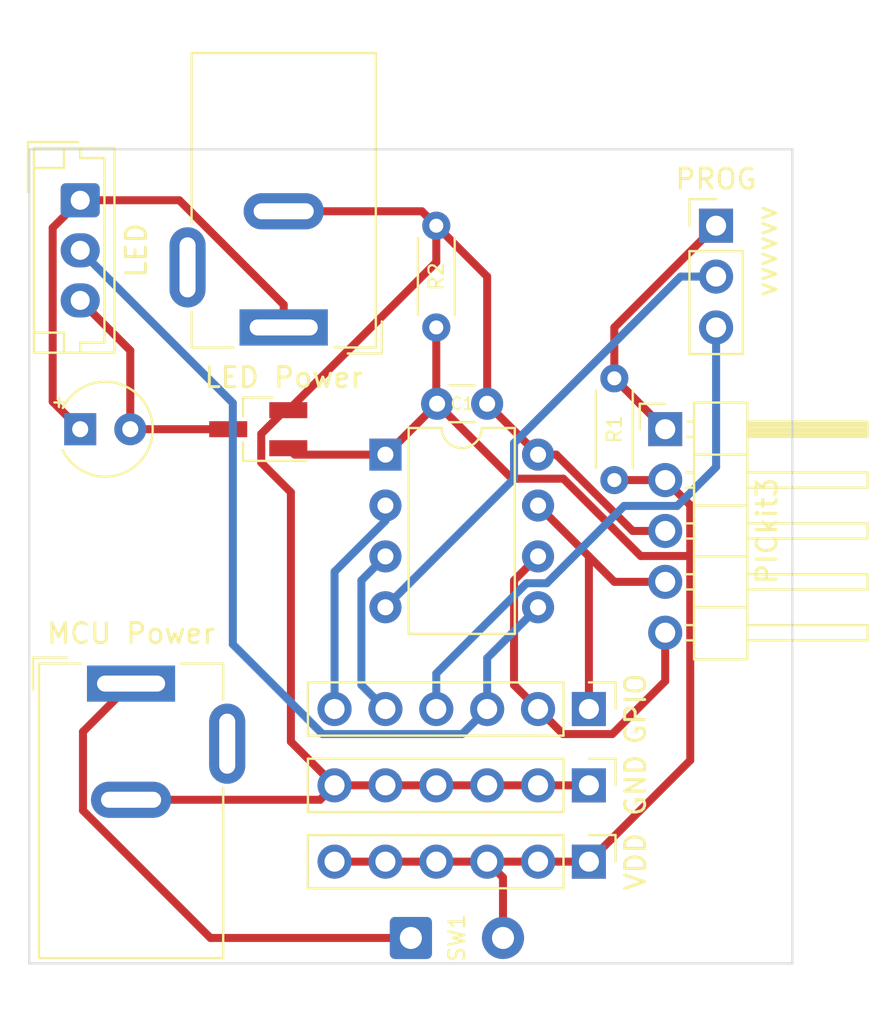
<source format=kicad_pcb>
(kicad_pcb (version 20171130) (host pcbnew 5.1.8)

  (general
    (thickness 1.6)
    (drawings 4)
    (tracks 88)
    (zones 0)
    (modules 18)
    (nets 14)
  )

  (page A4)
  (layers
    (0 F.Cu signal)
    (31 B.Cu signal)
    (32 B.Adhes user)
    (33 F.Adhes user)
    (34 B.Paste user)
    (35 F.Paste user)
    (36 B.SilkS user)
    (37 F.SilkS user)
    (38 B.Mask user)
    (39 F.Mask user)
    (40 Dwgs.User user)
    (41 Cmts.User user)
    (42 Eco1.User user)
    (43 Eco2.User user)
    (44 Edge.Cuts user)
    (45 Margin user)
    (46 B.CrtYd user)
    (47 F.CrtYd user)
    (48 B.Fab user)
    (49 F.Fab user)
  )

  (setup
    (last_trace_width 0.25)
    (user_trace_width 0.4)
    (trace_clearance 0.2)
    (zone_clearance 0.508)
    (zone_45_only no)
    (trace_min 0.2)
    (via_size 0.8)
    (via_drill 0.4)
    (via_min_size 0.4)
    (via_min_drill 0.3)
    (uvia_size 0.3)
    (uvia_drill 0.1)
    (uvias_allowed no)
    (uvia_min_size 0.2)
    (uvia_min_drill 0.1)
    (edge_width 0.05)
    (segment_width 0.2)
    (pcb_text_width 0.3)
    (pcb_text_size 1.5 1.5)
    (mod_edge_width 0.12)
    (mod_text_size 1 1)
    (mod_text_width 0.15)
    (pad_size 1.524 1.524)
    (pad_drill 0.762)
    (pad_to_mask_clearance 0)
    (aux_axis_origin 0 0)
    (visible_elements FFFFFF7F)
    (pcbplotparams
      (layerselection 0x010fc_ffffffff)
      (usegerberextensions false)
      (usegerberattributes true)
      (usegerberadvancedattributes true)
      (creategerberjobfile true)
      (excludeedgelayer true)
      (linewidth 0.100000)
      (plotframeref false)
      (viasonmask false)
      (mode 1)
      (useauxorigin false)
      (hpglpennumber 1)
      (hpglpenspeed 20)
      (hpglpendiameter 15.000000)
      (psnegative false)
      (psa4output false)
      (plotreference true)
      (plotvalue true)
      (plotinvisibletext false)
      (padsonsilk false)
      (subtractmaskfromsilk false)
      (outputformat 1)
      (mirror false)
      (drillshape 1)
      (scaleselection 1)
      (outputdirectory ""))
  )

  (net 0 "")
  (net 1 GND)
  (net 2 VDD)
  (net 3 "Net-(J1-Pad1)")
  (net 4 "Net-(J1-Pad4)")
  (net 5 "Net-(J1-Pad5)")
  (net 6 "Net-(J2-Pad1)")
  (net 7 "Net-(J4-Pad3)")
  (net 8 "Net-(J4-Pad4)")
  (net 9 "Net-(J4-Pad5)")
  (net 10 "Net-(J4-Pad6)")
  (net 11 "Net-(JP1-Pad2)")
  (net 12 "Net-(C2-Pad2)")
  (net 13 "Net-(C2-Pad1)")

  (net_class Default "This is the default net class."
    (clearance 0.2)
    (trace_width 0.25)
    (via_dia 0.8)
    (via_drill 0.4)
    (uvia_dia 0.3)
    (uvia_drill 0.1)
    (add_net GND)
    (add_net "Net-(C2-Pad1)")
    (add_net "Net-(C2-Pad2)")
    (add_net "Net-(J1-Pad1)")
    (add_net "Net-(J1-Pad4)")
    (add_net "Net-(J1-Pad5)")
    (add_net "Net-(J2-Pad1)")
    (add_net "Net-(J4-Pad3)")
    (add_net "Net-(J4-Pad4)")
    (add_net "Net-(J4-Pad5)")
    (add_net "Net-(J4-Pad6)")
    (add_net "Net-(JP1-Pad2)")
    (add_net VDD)
  )

  (module Resistor_THT:R_Axial_DIN0204_L3.6mm_D1.6mm_P5.08mm_Horizontal (layer F.Cu) (tedit 5AE5139B) (tstamp 5FBE38BD)
    (at 146.05 78.74 90)
    (descr "Resistor, Axial_DIN0204 series, Axial, Horizontal, pin pitch=5.08mm, 0.167W, length*diameter=3.6*1.6mm^2, http://cdn-reichelt.de/documents/datenblatt/B400/1_4W%23YAG.pdf")
    (tags "Resistor Axial_DIN0204 series Axial Horizontal pin pitch 5.08mm 0.167W length 3.6mm diameter 1.6mm")
    (path /5F9E507D)
    (fp_text reference R2 (at 2.54 -1.92 90) (layer F.SilkS) hide
      (effects (font (size 1 1) (thickness 0.15)))
    )
    (fp_text value 10k (at 2.54 1.92 90) (layer F.Fab)
      (effects (font (size 1 1) (thickness 0.15)))
    )
    (fp_line (start 6.03 -1.05) (end -0.95 -1.05) (layer F.CrtYd) (width 0.05))
    (fp_line (start 6.03 1.05) (end 6.03 -1.05) (layer F.CrtYd) (width 0.05))
    (fp_line (start -0.95 1.05) (end 6.03 1.05) (layer F.CrtYd) (width 0.05))
    (fp_line (start -0.95 -1.05) (end -0.95 1.05) (layer F.CrtYd) (width 0.05))
    (fp_line (start 0.62 0.92) (end 4.46 0.92) (layer F.SilkS) (width 0.12))
    (fp_line (start 0.62 -0.92) (end 4.46 -0.92) (layer F.SilkS) (width 0.12))
    (fp_line (start 5.08 0) (end 4.34 0) (layer F.Fab) (width 0.1))
    (fp_line (start 0 0) (end 0.74 0) (layer F.Fab) (width 0.1))
    (fp_line (start 4.34 -0.8) (end 0.74 -0.8) (layer F.Fab) (width 0.1))
    (fp_line (start 4.34 0.8) (end 4.34 -0.8) (layer F.Fab) (width 0.1))
    (fp_line (start 0.74 0.8) (end 4.34 0.8) (layer F.Fab) (width 0.1))
    (fp_line (start 0.74 -0.8) (end 0.74 0.8) (layer F.Fab) (width 0.1))
    (fp_text user %R (at 2.54 0 90) (layer F.SilkS)
      (effects (font (size 0.72 0.72) (thickness 0.108)))
    )
    (pad 2 thru_hole oval (at 5.08 0 90) (size 1.4 1.4) (drill 0.7) (layers *.Cu *.Mask)
      (net 1 GND))
    (pad 1 thru_hole circle (at 0 0 90) (size 1.4 1.4) (drill 0.7) (layers *.Cu *.Mask)
      (net 2 VDD))
    (model ${KISYS3DMOD}/Resistor_THT.3dshapes/R_Axial_DIN0204_L3.6mm_D1.6mm_P5.08mm_Horizontal.wrl
      (at (xyz 0 0 0))
      (scale (xyz 1 1 1))
      (rotate (xyz 0 0 0))
    )
  )

  (module Resistor_THT:R_Axial_DIN0204_L3.6mm_D1.6mm_P5.08mm_Horizontal (layer F.Cu) (tedit 5AE5139B) (tstamp 5FBF2F7B)
    (at 154.94 86.36 90)
    (descr "Resistor, Axial_DIN0204 series, Axial, Horizontal, pin pitch=5.08mm, 0.167W, length*diameter=3.6*1.6mm^2, http://cdn-reichelt.de/documents/datenblatt/B400/1_4W%23YAG.pdf")
    (tags "Resistor Axial_DIN0204 series Axial Horizontal pin pitch 5.08mm 0.167W length 3.6mm diameter 1.6mm")
    (path /5F83DF4E)
    (fp_text reference R1 (at 2.54 -1.92 90) (layer F.SilkS) hide
      (effects (font (size 1 1) (thickness 0.15)))
    )
    (fp_text value 10k (at 2.54 1.92 90) (layer F.Fab)
      (effects (font (size 1 1) (thickness 0.15)))
    )
    (fp_line (start 6.03 -1.05) (end -0.95 -1.05) (layer F.CrtYd) (width 0.05))
    (fp_line (start 6.03 1.05) (end 6.03 -1.05) (layer F.CrtYd) (width 0.05))
    (fp_line (start -0.95 1.05) (end 6.03 1.05) (layer F.CrtYd) (width 0.05))
    (fp_line (start -0.95 -1.05) (end -0.95 1.05) (layer F.CrtYd) (width 0.05))
    (fp_line (start 0.62 0.92) (end 4.46 0.92) (layer F.SilkS) (width 0.12))
    (fp_line (start 0.62 -0.92) (end 4.46 -0.92) (layer F.SilkS) (width 0.12))
    (fp_line (start 5.08 0) (end 4.34 0) (layer F.Fab) (width 0.1))
    (fp_line (start 0 0) (end 0.74 0) (layer F.Fab) (width 0.1))
    (fp_line (start 4.34 -0.8) (end 0.74 -0.8) (layer F.Fab) (width 0.1))
    (fp_line (start 4.34 0.8) (end 4.34 -0.8) (layer F.Fab) (width 0.1))
    (fp_line (start 0.74 0.8) (end 4.34 0.8) (layer F.Fab) (width 0.1))
    (fp_line (start 0.74 -0.8) (end 0.74 0.8) (layer F.Fab) (width 0.1))
    (fp_text user %R (at 2.54 0 90) (layer F.SilkS)
      (effects (font (size 0.72 0.72) (thickness 0.108)))
    )
    (pad 2 thru_hole oval (at 5.08 0 90) (size 1.4 1.4) (drill 0.7) (layers *.Cu *.Mask)
      (net 3 "Net-(J1-Pad1)"))
    (pad 1 thru_hole circle (at 0 0 90) (size 1.4 1.4) (drill 0.7) (layers *.Cu *.Mask)
      (net 2 VDD))
    (model ${KISYS3DMOD}/Resistor_THT.3dshapes/R_Axial_DIN0204_L3.6mm_D1.6mm_P5.08mm_Horizontal.wrl
      (at (xyz 0 0 0))
      (scale (xyz 1 1 1))
      (rotate (xyz 0 0 0))
    )
  )

  (module Connector_BarrelJack:BarrelJack_Wuerth_6941xx301002 (layer F.Cu) (tedit 5B191DE1) (tstamp 5FBE2A28)
    (at 130.81 96.52)
    (descr "Wuerth electronics barrel jack connector (5.5mm outher diameter, inner diameter 2.05mm or 2.55mm depending on exact order number), See: http://katalog.we-online.de/em/datasheet/6941xx301002.pdf")
    (tags "connector barrel jack")
    (path /5FC865E6)
    (fp_text reference "MCU Power" (at 0 -2.5) (layer F.SilkS)
      (effects (font (size 1 1) (thickness 0.15)))
    )
    (fp_text value "MCU Power" (at 0 15.5) (layer F.Fab)
      (effects (font (size 1 1) (thickness 0.15)))
    )
    (fp_line (start -4.6 -1) (end -2.5 -1) (layer F.SilkS) (width 0.12))
    (fp_line (start 6.2 0.5) (end 5 0.5) (layer F.CrtYd) (width 0.05))
    (fp_line (start 6.2 5.5) (end 5 5.5) (layer F.CrtYd) (width 0.05))
    (fp_line (start 6.2 0.5) (end 6.2 5.5) (layer F.CrtYd) (width 0.05))
    (fp_line (start 5 0.5) (end 5 -1.4) (layer F.CrtYd) (width 0.05))
    (fp_line (start -5 14.1) (end 5 14.1) (layer F.CrtYd) (width 0.05))
    (fp_line (start -5 -1.4) (end -5 14.1) (layer F.CrtYd) (width 0.05))
    (fp_line (start 5 -1.4) (end -5 -1.4) (layer F.CrtYd) (width 0.05))
    (fp_line (start -4.9 -1.3) (end -4.9 0.3) (layer F.SilkS) (width 0.12))
    (fp_line (start -3.2 -1.3) (end -4.9 -1.3) (layer F.SilkS) (width 0.12))
    (fp_line (start 4.6 -1) (end 4.6 0.8) (layer F.SilkS) (width 0.12))
    (fp_line (start 2.5 -1) (end 4.6 -1) (layer F.SilkS) (width 0.12))
    (fp_line (start -4.6 13.7) (end -4.6 -1) (layer F.SilkS) (width 0.12))
    (fp_line (start 4.6 13.7) (end -4.6 13.7) (layer F.SilkS) (width 0.12))
    (fp_line (start -4.5 13.6) (end -4.5 0.1) (layer F.Fab) (width 0.1))
    (fp_line (start 4.5 13.6) (end -4.5 13.6) (layer F.Fab) (width 0.1))
    (fp_line (start 4.5 -0.9) (end 4.5 13.6) (layer F.Fab) (width 0.1))
    (fp_line (start 4.5 -0.9) (end -3.5 -0.9) (layer F.Fab) (width 0.1))
    (fp_line (start -4.5 0.1) (end -3.5 -0.9) (layer F.Fab) (width 0.1))
    (fp_line (start 4.6 5.2) (end 4.6 13.7) (layer F.SilkS) (width 0.12))
    (fp_line (start 5 14.1) (end 5 5.5) (layer F.CrtYd) (width 0.05))
    (fp_text user %R (at 0 7.5) (layer F.Fab)
      (effects (font (size 1 1) (thickness 0.15)))
    )
    (pad 1 thru_hole rect (at 0 0) (size 4.4 1.8) (drill oval 3.4 0.8) (layers *.Cu *.Mask)
      (net 6 "Net-(J2-Pad1)"))
    (pad 2 thru_hole oval (at 0 5.8) (size 4 1.8) (drill oval 3 0.8) (layers *.Cu *.Mask)
      (net 1 GND))
    (pad 3 thru_hole oval (at 4.8 3 90) (size 4 1.8) (drill oval 3 0.8) (layers *.Cu *.Mask))
    (model ${KISYS3DMOD}/Connector_BarrelJack.3dshapes/BarrelJack_Wuerth_6941xx301002.wrl
      (at (xyz 0 0 0))
      (scale (xyz 1 1 1))
      (rotate (xyz 0 0 0))
    )
  )

  (module MountingHole:MountingHole_5mm (layer F.Cu) (tedit 56D1B4CB) (tstamp 5FBE2C4E)
    (at 160.02 106.68)
    (descr "Mounting Hole 5mm, no annular")
    (tags "mounting hole 5mm no annular")
    (path /5F924C39)
    (attr virtual)
    (fp_text reference H3 (at 0 -6) (layer F.SilkS) hide
      (effects (font (size 1 1) (thickness 0.15)))
    )
    (fp_text value MountingHole (at 0 6) (layer F.Fab)
      (effects (font (size 1 1) (thickness 0.15)))
    )
    (fp_circle (center 0 0) (end 5.25 0) (layer F.CrtYd) (width 0.05))
    (fp_circle (center 0 0) (end 5 0) (layer Cmts.User) (width 0.15))
    (fp_text user %R (at 0.3 0) (layer F.Fab)
      (effects (font (size 1 1) (thickness 0.15)))
    )
    (pad 1 np_thru_hole circle (at 0 0) (size 5 5) (drill 5) (layers *.Cu *.Mask))
  )

  (module MountingHole:MountingHole_5mm (layer F.Cu) (tedit 56D1B4CB) (tstamp 5FBF33CC)
    (at 129.54 90.17)
    (descr "Mounting Hole 5mm, no annular")
    (tags "mounting hole 5mm no annular")
    (path /5F9241C7)
    (attr virtual)
    (fp_text reference H2 (at 0 -6) (layer F.SilkS) hide
      (effects (font (size 1 1) (thickness 0.15)))
    )
    (fp_text value MountingHole (at 0 6) (layer F.Fab)
      (effects (font (size 1 1) (thickness 0.15)))
    )
    (fp_circle (center 0 0) (end 5.25 0) (layer F.CrtYd) (width 0.05))
    (fp_circle (center 0 0) (end 5 0) (layer Cmts.User) (width 0.15))
    (fp_text user %R (at 0.3 0) (layer F.Fab)
      (effects (font (size 1 1) (thickness 0.15)))
    )
    (pad 1 np_thru_hole circle (at 0 0) (size 5 5) (drill 5) (layers *.Cu *.Mask))
  )

  (module MountingHole:MountingHole_5mm (layer F.Cu) (tedit 56D1B4CB) (tstamp 5FBE3C07)
    (at 152.4 73.66)
    (descr "Mounting Hole 5mm, no annular")
    (tags "mounting hole 5mm no annular")
    (path /5F9223A4)
    (attr virtual)
    (fp_text reference H1 (at 0 -6) (layer F.SilkS) hide
      (effects (font (size 1 1) (thickness 0.15)))
    )
    (fp_text value MountingHole (at 0 6) (layer F.Fab)
      (effects (font (size 1 1) (thickness 0.15)))
    )
    (fp_circle (center 0 0) (end 5.25 0) (layer F.CrtYd) (width 0.05))
    (fp_circle (center 0 0) (end 5 0) (layer Cmts.User) (width 0.15))
    (fp_text user %R (at 0.3 0) (layer F.Fab)
      (effects (font (size 1 1) (thickness 0.15)))
    )
    (pad 1 np_thru_hole circle (at 0 0) (size 5 5) (drill 5) (layers *.Cu *.Mask))
  )

  (module Capacitor_THT:CP_Radial_Tantal_D4.5mm_P2.50mm (layer F.Cu) (tedit 5AE50EF0) (tstamp 5FBE299D)
    (at 128.27 83.82)
    (descr "CP, Radial_Tantal series, Radial, pin pitch=2.50mm, , diameter=4.5mm, Tantal Electrolytic Capacitor, http://cdn-reichelt.de/documents/datenblatt/B300/TANTAL-TB-Serie%23.pdf")
    (tags "CP Radial_Tantal series Radial pin pitch 2.50mm  diameter 4.5mm Tantal Electrolytic Capacitor")
    (path /5FC940D4)
    (fp_text reference C2 (at 1.25 -3.5) (layer F.SilkS) hide
      (effects (font (size 1 1) (thickness 0.15)))
    )
    (fp_text value 100mF (at 1.25 3.5) (layer F.Fab)
      (effects (font (size 1 1) (thickness 0.15)))
    )
    (fp_line (start -1.062288 -1.56) (end -1.062288 -1.11) (layer F.SilkS) (width 0.12))
    (fp_line (start -1.287288 -1.335) (end -0.837288 -1.335) (layer F.SilkS) (width 0.12))
    (fp_line (start -0.44308 -1.2025) (end -0.44308 -0.7525) (layer F.Fab) (width 0.1))
    (fp_line (start -0.66808 -0.9775) (end -0.21808 -0.9775) (layer F.Fab) (width 0.1))
    (fp_circle (center 1.25 0) (end 3.78 0) (layer F.CrtYd) (width 0.05))
    (fp_circle (center 1.25 0) (end 3.5 0) (layer F.Fab) (width 0.1))
    (fp_text user %R (at 1.25 0) (layer F.Fab)
      (effects (font (size 0.9 0.9) (thickness 0.135)))
    )
    (fp_arc (start 1.25 0) (end -0.869741 -1.06) (angle 306.864288) (layer F.SilkS) (width 0.12))
    (pad 2 thru_hole circle (at 2.5 0) (size 1.6 1.6) (drill 0.8) (layers *.Cu *.Mask)
      (net 12 "Net-(C2-Pad2)"))
    (pad 1 thru_hole rect (at 0 0) (size 1.6 1.6) (drill 0.8) (layers *.Cu *.Mask)
      (net 13 "Net-(C2-Pad1)"))
    (model ${KISYS3DMOD}/Capacitor_THT.3dshapes/CP_Radial_Tantal_D4.5mm_P2.50mm.wrl
      (at (xyz 0 0 0))
      (scale (xyz 1 1 1))
      (rotate (xyz 0 0 0))
    )
  )

  (module Connector_PinHeader_2.54mm:PinHeader_1x05_P2.54mm_Horizontal (layer F.Cu) (tedit 59FED5CB) (tstamp 5FBE340C)
    (at 157.48 83.82)
    (descr "Through hole angled pin header, 1x05, 2.54mm pitch, 6mm pin length, single row")
    (tags "Through hole angled pin header THT 1x05 2.54mm single row")
    (path /5F83FAE0)
    (fp_text reference PICkit3 (at 5.08 5.08 90) (layer F.SilkS)
      (effects (font (size 1 1) (thickness 0.15)))
    )
    (fp_text value PICkit3 (at 4.385 12.43) (layer F.Fab) hide
      (effects (font (size 1 1) (thickness 0.15)))
    )
    (fp_line (start 10.55 -1.8) (end -1.8 -1.8) (layer F.CrtYd) (width 0.05))
    (fp_line (start 10.55 11.95) (end 10.55 -1.8) (layer F.CrtYd) (width 0.05))
    (fp_line (start -1.8 11.95) (end 10.55 11.95) (layer F.CrtYd) (width 0.05))
    (fp_line (start -1.8 -1.8) (end -1.8 11.95) (layer F.CrtYd) (width 0.05))
    (fp_line (start -1.27 -1.27) (end 0 -1.27) (layer F.SilkS) (width 0.12))
    (fp_line (start -1.27 0) (end -1.27 -1.27) (layer F.SilkS) (width 0.12))
    (fp_line (start 1.042929 10.54) (end 1.44 10.54) (layer F.SilkS) (width 0.12))
    (fp_line (start 1.042929 9.78) (end 1.44 9.78) (layer F.SilkS) (width 0.12))
    (fp_line (start 10.1 10.54) (end 4.1 10.54) (layer F.SilkS) (width 0.12))
    (fp_line (start 10.1 9.78) (end 10.1 10.54) (layer F.SilkS) (width 0.12))
    (fp_line (start 4.1 9.78) (end 10.1 9.78) (layer F.SilkS) (width 0.12))
    (fp_line (start 1.44 8.89) (end 4.1 8.89) (layer F.SilkS) (width 0.12))
    (fp_line (start 1.042929 8) (end 1.44 8) (layer F.SilkS) (width 0.12))
    (fp_line (start 1.042929 7.24) (end 1.44 7.24) (layer F.SilkS) (width 0.12))
    (fp_line (start 10.1 8) (end 4.1 8) (layer F.SilkS) (width 0.12))
    (fp_line (start 10.1 7.24) (end 10.1 8) (layer F.SilkS) (width 0.12))
    (fp_line (start 4.1 7.24) (end 10.1 7.24) (layer F.SilkS) (width 0.12))
    (fp_line (start 1.44 6.35) (end 4.1 6.35) (layer F.SilkS) (width 0.12))
    (fp_line (start 1.042929 5.46) (end 1.44 5.46) (layer F.SilkS) (width 0.12))
    (fp_line (start 1.042929 4.7) (end 1.44 4.7) (layer F.SilkS) (width 0.12))
    (fp_line (start 10.1 5.46) (end 4.1 5.46) (layer F.SilkS) (width 0.12))
    (fp_line (start 10.1 4.7) (end 10.1 5.46) (layer F.SilkS) (width 0.12))
    (fp_line (start 4.1 4.7) (end 10.1 4.7) (layer F.SilkS) (width 0.12))
    (fp_line (start 1.44 3.81) (end 4.1 3.81) (layer F.SilkS) (width 0.12))
    (fp_line (start 1.042929 2.92) (end 1.44 2.92) (layer F.SilkS) (width 0.12))
    (fp_line (start 1.042929 2.16) (end 1.44 2.16) (layer F.SilkS) (width 0.12))
    (fp_line (start 10.1 2.92) (end 4.1 2.92) (layer F.SilkS) (width 0.12))
    (fp_line (start 10.1 2.16) (end 10.1 2.92) (layer F.SilkS) (width 0.12))
    (fp_line (start 4.1 2.16) (end 10.1 2.16) (layer F.SilkS) (width 0.12))
    (fp_line (start 1.44 1.27) (end 4.1 1.27) (layer F.SilkS) (width 0.12))
    (fp_line (start 1.11 0.38) (end 1.44 0.38) (layer F.SilkS) (width 0.12))
    (fp_line (start 1.11 -0.38) (end 1.44 -0.38) (layer F.SilkS) (width 0.12))
    (fp_line (start 4.1 0.28) (end 10.1 0.28) (layer F.SilkS) (width 0.12))
    (fp_line (start 4.1 0.16) (end 10.1 0.16) (layer F.SilkS) (width 0.12))
    (fp_line (start 4.1 0.04) (end 10.1 0.04) (layer F.SilkS) (width 0.12))
    (fp_line (start 4.1 -0.08) (end 10.1 -0.08) (layer F.SilkS) (width 0.12))
    (fp_line (start 4.1 -0.2) (end 10.1 -0.2) (layer F.SilkS) (width 0.12))
    (fp_line (start 4.1 -0.32) (end 10.1 -0.32) (layer F.SilkS) (width 0.12))
    (fp_line (start 10.1 0.38) (end 4.1 0.38) (layer F.SilkS) (width 0.12))
    (fp_line (start 10.1 -0.38) (end 10.1 0.38) (layer F.SilkS) (width 0.12))
    (fp_line (start 4.1 -0.38) (end 10.1 -0.38) (layer F.SilkS) (width 0.12))
    (fp_line (start 4.1 -1.33) (end 1.44 -1.33) (layer F.SilkS) (width 0.12))
    (fp_line (start 4.1 11.49) (end 4.1 -1.33) (layer F.SilkS) (width 0.12))
    (fp_line (start 1.44 11.49) (end 4.1 11.49) (layer F.SilkS) (width 0.12))
    (fp_line (start 1.44 -1.33) (end 1.44 11.49) (layer F.SilkS) (width 0.12))
    (fp_line (start 4.04 10.48) (end 10.04 10.48) (layer F.Fab) (width 0.1))
    (fp_line (start 10.04 9.84) (end 10.04 10.48) (layer F.Fab) (width 0.1))
    (fp_line (start 4.04 9.84) (end 10.04 9.84) (layer F.Fab) (width 0.1))
    (fp_line (start -0.32 10.48) (end 1.5 10.48) (layer F.Fab) (width 0.1))
    (fp_line (start -0.32 9.84) (end -0.32 10.48) (layer F.Fab) (width 0.1))
    (fp_line (start -0.32 9.84) (end 1.5 9.84) (layer F.Fab) (width 0.1))
    (fp_line (start 4.04 7.94) (end 10.04 7.94) (layer F.Fab) (width 0.1))
    (fp_line (start 10.04 7.3) (end 10.04 7.94) (layer F.Fab) (width 0.1))
    (fp_line (start 4.04 7.3) (end 10.04 7.3) (layer F.Fab) (width 0.1))
    (fp_line (start -0.32 7.94) (end 1.5 7.94) (layer F.Fab) (width 0.1))
    (fp_line (start -0.32 7.3) (end -0.32 7.94) (layer F.Fab) (width 0.1))
    (fp_line (start -0.32 7.3) (end 1.5 7.3) (layer F.Fab) (width 0.1))
    (fp_line (start 4.04 5.4) (end 10.04 5.4) (layer F.Fab) (width 0.1))
    (fp_line (start 10.04 4.76) (end 10.04 5.4) (layer F.Fab) (width 0.1))
    (fp_line (start 4.04 4.76) (end 10.04 4.76) (layer F.Fab) (width 0.1))
    (fp_line (start -0.32 5.4) (end 1.5 5.4) (layer F.Fab) (width 0.1))
    (fp_line (start -0.32 4.76) (end -0.32 5.4) (layer F.Fab) (width 0.1))
    (fp_line (start -0.32 4.76) (end 1.5 4.76) (layer F.Fab) (width 0.1))
    (fp_line (start 4.04 2.86) (end 10.04 2.86) (layer F.Fab) (width 0.1))
    (fp_line (start 10.04 2.22) (end 10.04 2.86) (layer F.Fab) (width 0.1))
    (fp_line (start 4.04 2.22) (end 10.04 2.22) (layer F.Fab) (width 0.1))
    (fp_line (start -0.32 2.86) (end 1.5 2.86) (layer F.Fab) (width 0.1))
    (fp_line (start -0.32 2.22) (end -0.32 2.86) (layer F.Fab) (width 0.1))
    (fp_line (start -0.32 2.22) (end 1.5 2.22) (layer F.Fab) (width 0.1))
    (fp_line (start 4.04 0.32) (end 10.04 0.32) (layer F.Fab) (width 0.1))
    (fp_line (start 10.04 -0.32) (end 10.04 0.32) (layer F.Fab) (width 0.1))
    (fp_line (start 4.04 -0.32) (end 10.04 -0.32) (layer F.Fab) (width 0.1))
    (fp_line (start -0.32 0.32) (end 1.5 0.32) (layer F.Fab) (width 0.1))
    (fp_line (start -0.32 -0.32) (end -0.32 0.32) (layer F.Fab) (width 0.1))
    (fp_line (start -0.32 -0.32) (end 1.5 -0.32) (layer F.Fab) (width 0.1))
    (fp_line (start 1.5 -0.635) (end 2.135 -1.27) (layer F.Fab) (width 0.1))
    (fp_line (start 1.5 11.43) (end 1.5 -0.635) (layer F.Fab) (width 0.1))
    (fp_line (start 4.04 11.43) (end 1.5 11.43) (layer F.Fab) (width 0.1))
    (fp_line (start 4.04 -1.27) (end 4.04 11.43) (layer F.Fab) (width 0.1))
    (fp_line (start 2.135 -1.27) (end 4.04 -1.27) (layer F.Fab) (width 0.1))
    (fp_text user %R (at 2.77 5.08 90) (layer F.Fab)
      (effects (font (size 1 1) (thickness 0.15)))
    )
    (pad 1 thru_hole rect (at 0 0) (size 1.7 1.7) (drill 1) (layers *.Cu *.Mask)
      (net 3 "Net-(J1-Pad1)"))
    (pad 2 thru_hole oval (at 0 2.54) (size 1.7 1.7) (drill 1) (layers *.Cu *.Mask)
      (net 2 VDD))
    (pad 3 thru_hole oval (at 0 5.08) (size 1.7 1.7) (drill 1) (layers *.Cu *.Mask)
      (net 1 GND))
    (pad 4 thru_hole oval (at 0 7.62) (size 1.7 1.7) (drill 1) (layers *.Cu *.Mask)
      (net 4 "Net-(J1-Pad4)"))
    (pad 5 thru_hole oval (at 0 10.16) (size 1.7 1.7) (drill 1) (layers *.Cu *.Mask)
      (net 5 "Net-(J1-Pad5)"))
    (model ${KISYS3DMOD}/Connector_PinHeader_2.54mm.3dshapes/PinHeader_1x05_P2.54mm_Horizontal.wrl
      (at (xyz 0 0 0))
      (scale (xyz 1 1 1))
      (rotate (xyz 0 0 0))
    )
  )

  (module Capacitor_THT:C_Disc_D3.0mm_W1.6mm_P2.50mm (layer F.Cu) (tedit 5AE50EF0) (tstamp 5F8E0E49)
    (at 148.59 82.55 180)
    (descr "C, Disc series, Radial, pin pitch=2.50mm, , diameter*width=3.0*1.6mm^2, Capacitor, http://www.vishay.com/docs/45233/krseries.pdf")
    (tags "C Disc series Radial pin pitch 2.50mm  diameter 3.0mm width 1.6mm Capacitor")
    (path /5F83BED0)
    (fp_text reference C1 (at 1.25 -2.05) (layer F.SilkS) hide
      (effects (font (size 1 1) (thickness 0.15)))
    )
    (fp_text value 100nF (at 1.25 2.05) (layer F.Fab)
      (effects (font (size 1 1) (thickness 0.15)))
    )
    (fp_line (start 3.55 -1.05) (end -1.05 -1.05) (layer F.CrtYd) (width 0.05))
    (fp_line (start 3.55 1.05) (end 3.55 -1.05) (layer F.CrtYd) (width 0.05))
    (fp_line (start -1.05 1.05) (end 3.55 1.05) (layer F.CrtYd) (width 0.05))
    (fp_line (start -1.05 -1.05) (end -1.05 1.05) (layer F.CrtYd) (width 0.05))
    (fp_line (start 0.621 0.92) (end 1.879 0.92) (layer F.SilkS) (width 0.12))
    (fp_line (start 0.621 -0.92) (end 1.879 -0.92) (layer F.SilkS) (width 0.12))
    (fp_line (start 2.75 -0.8) (end -0.25 -0.8) (layer F.Fab) (width 0.1))
    (fp_line (start 2.75 0.8) (end 2.75 -0.8) (layer F.Fab) (width 0.1))
    (fp_line (start -0.25 0.8) (end 2.75 0.8) (layer F.Fab) (width 0.1))
    (fp_line (start -0.25 -0.8) (end -0.25 0.8) (layer F.Fab) (width 0.1))
    (fp_text user %R (at 1.25 0) (layer F.SilkS)
      (effects (font (size 0.6 0.6) (thickness 0.09)))
    )
    (pad 1 thru_hole circle (at 0 0 180) (size 1.6 1.6) (drill 0.8) (layers *.Cu *.Mask)
      (net 1 GND))
    (pad 2 thru_hole circle (at 2.5 0 180) (size 1.6 1.6) (drill 0.8) (layers *.Cu *.Mask)
      (net 2 VDD))
    (model ${KISYS3DMOD}/Capacitor_THT.3dshapes/C_Disc_D3.0mm_W1.6mm_P2.50mm.wrl
      (at (xyz 0 0 0))
      (scale (xyz 1 1 1))
      (rotate (xyz 0 0 0))
    )
  )

  (module Connector_BarrelJack:BarrelJack_Wuerth_6941xx301002 (layer F.Cu) (tedit 5B191DE1) (tstamp 5F8E12C1)
    (at 138.43 78.74 180)
    (descr "Wuerth electronics barrel jack connector (5.5mm outher diameter, inner diameter 2.05mm or 2.55mm depending on exact order number), See: http://katalog.we-online.de/em/datasheet/6941xx301002.pdf")
    (tags "connector barrel jack")
    (path /5F8BE7A9)
    (fp_text reference "LED Power" (at 0 -2.5) (layer F.SilkS)
      (effects (font (size 1 1) (thickness 0.15)))
    )
    (fp_text value "LED Power" (at 0 15.5) (layer F.Fab)
      (effects (font (size 1 1) (thickness 0.15)))
    )
    (fp_line (start -4.6 -1) (end -2.5 -1) (layer F.SilkS) (width 0.12))
    (fp_line (start 6.2 0.5) (end 5 0.5) (layer F.CrtYd) (width 0.05))
    (fp_line (start 6.2 5.5) (end 5 5.5) (layer F.CrtYd) (width 0.05))
    (fp_line (start 6.2 0.5) (end 6.2 5.5) (layer F.CrtYd) (width 0.05))
    (fp_line (start 5 0.5) (end 5 -1.4) (layer F.CrtYd) (width 0.05))
    (fp_line (start -5 14.1) (end 5 14.1) (layer F.CrtYd) (width 0.05))
    (fp_line (start -5 -1.4) (end -5 14.1) (layer F.CrtYd) (width 0.05))
    (fp_line (start 5 -1.4) (end -5 -1.4) (layer F.CrtYd) (width 0.05))
    (fp_line (start -4.9 -1.3) (end -4.9 0.3) (layer F.SilkS) (width 0.12))
    (fp_line (start -3.2 -1.3) (end -4.9 -1.3) (layer F.SilkS) (width 0.12))
    (fp_line (start 4.6 -1) (end 4.6 0.8) (layer F.SilkS) (width 0.12))
    (fp_line (start 2.5 -1) (end 4.6 -1) (layer F.SilkS) (width 0.12))
    (fp_line (start -4.6 13.7) (end -4.6 -1) (layer F.SilkS) (width 0.12))
    (fp_line (start 4.6 13.7) (end -4.6 13.7) (layer F.SilkS) (width 0.12))
    (fp_line (start -4.5 13.6) (end -4.5 0.1) (layer F.Fab) (width 0.1))
    (fp_line (start 4.5 13.6) (end -4.5 13.6) (layer F.Fab) (width 0.1))
    (fp_line (start 4.5 -0.9) (end 4.5 13.6) (layer F.Fab) (width 0.1))
    (fp_line (start 4.5 -0.9) (end -3.5 -0.9) (layer F.Fab) (width 0.1))
    (fp_line (start -4.5 0.1) (end -3.5 -0.9) (layer F.Fab) (width 0.1))
    (fp_line (start 4.6 5.2) (end 4.6 13.7) (layer F.SilkS) (width 0.12))
    (fp_line (start 5 14.1) (end 5 5.5) (layer F.CrtYd) (width 0.05))
    (fp_text user %R (at 0 7.5) (layer F.Fab)
      (effects (font (size 1 1) (thickness 0.15)))
    )
    (pad 3 thru_hole oval (at 4.8 3 270) (size 4 1.8) (drill oval 3 0.8) (layers *.Cu *.Mask))
    (pad 2 thru_hole oval (at 0 5.8 180) (size 4 1.8) (drill oval 3 0.8) (layers *.Cu *.Mask)
      (net 1 GND))
    (pad 1 thru_hole rect (at 0 0 180) (size 4.4 1.8) (drill oval 3.4 0.8) (layers *.Cu *.Mask)
      (net 13 "Net-(C2-Pad1)"))
    (model ${KISYS3DMOD}/Connector_BarrelJack.3dshapes/BarrelJack_Wuerth_6941xx301002.wrl
      (at (xyz 0 0 0))
      (scale (xyz 1 1 1))
      (rotate (xyz 0 0 0))
    )
  )

  (module Connector_PinHeader_2.54mm:PinHeader_1x06_P2.54mm_Vertical (layer F.Cu) (tedit 59FED5CC) (tstamp 5F8E0E07)
    (at 153.67 97.79 270)
    (descr "Through hole straight pin header, 1x06, 2.54mm pitch, single row")
    (tags "Through hole pin header THT 1x06 2.54mm single row")
    (path /5F9234D4)
    (fp_text reference GPIO (at 0 -2.33 90) (layer F.SilkS)
      (effects (font (size 1 1) (thickness 0.15)))
    )
    (fp_text value GPIO (at 0 15.03 90) (layer F.Fab)
      (effects (font (size 1 1) (thickness 0.15)))
    )
    (fp_line (start 1.8 -1.8) (end -1.8 -1.8) (layer F.CrtYd) (width 0.05))
    (fp_line (start 1.8 14.5) (end 1.8 -1.8) (layer F.CrtYd) (width 0.05))
    (fp_line (start -1.8 14.5) (end 1.8 14.5) (layer F.CrtYd) (width 0.05))
    (fp_line (start -1.8 -1.8) (end -1.8 14.5) (layer F.CrtYd) (width 0.05))
    (fp_line (start -1.33 -1.33) (end 0 -1.33) (layer F.SilkS) (width 0.12))
    (fp_line (start -1.33 0) (end -1.33 -1.33) (layer F.SilkS) (width 0.12))
    (fp_line (start -1.33 1.27) (end 1.33 1.27) (layer F.SilkS) (width 0.12))
    (fp_line (start 1.33 1.27) (end 1.33 14.03) (layer F.SilkS) (width 0.12))
    (fp_line (start -1.33 1.27) (end -1.33 14.03) (layer F.SilkS) (width 0.12))
    (fp_line (start -1.33 14.03) (end 1.33 14.03) (layer F.SilkS) (width 0.12))
    (fp_line (start -1.27 -0.635) (end -0.635 -1.27) (layer F.Fab) (width 0.1))
    (fp_line (start -1.27 13.97) (end -1.27 -0.635) (layer F.Fab) (width 0.1))
    (fp_line (start 1.27 13.97) (end -1.27 13.97) (layer F.Fab) (width 0.1))
    (fp_line (start 1.27 -1.27) (end 1.27 13.97) (layer F.Fab) (width 0.1))
    (fp_line (start -0.635 -1.27) (end 1.27 -1.27) (layer F.Fab) (width 0.1))
    (fp_text user %R (at 0 6.35) (layer F.Fab)
      (effects (font (size 1 1) (thickness 0.15)))
    )
    (pad 1 thru_hole rect (at 0 0 270) (size 1.7 1.7) (drill 1) (layers *.Cu *.Mask)
      (net 4 "Net-(J1-Pad4)"))
    (pad 2 thru_hole oval (at 0 2.54 270) (size 1.7 1.7) (drill 1) (layers *.Cu *.Mask)
      (net 5 "Net-(J1-Pad5)"))
    (pad 3 thru_hole oval (at 0 5.08 270) (size 1.7 1.7) (drill 1) (layers *.Cu *.Mask)
      (net 7 "Net-(J4-Pad3)"))
    (pad 4 thru_hole oval (at 0 7.62 270) (size 1.7 1.7) (drill 1) (layers *.Cu *.Mask)
      (net 8 "Net-(J4-Pad4)"))
    (pad 5 thru_hole oval (at 0 10.16 270) (size 1.7 1.7) (drill 1) (layers *.Cu *.Mask)
      (net 9 "Net-(J4-Pad5)"))
    (pad 6 thru_hole oval (at 0 12.7 270) (size 1.7 1.7) (drill 1) (layers *.Cu *.Mask)
      (net 10 "Net-(J4-Pad6)"))
    (model ${KISYS3DMOD}/Connector_PinHeader_2.54mm.3dshapes/PinHeader_1x06_P2.54mm_Vertical.wrl
      (at (xyz 0 0 0))
      (scale (xyz 1 1 1))
      (rotate (xyz 0 0 0))
    )
  )

  (module Connector_JST:JST_EH_B3B-EH-A_1x03_P2.50mm_Vertical (layer F.Cu) (tedit 5C28142C) (tstamp 5F8E0AF9)
    (at 128.27 72.39 270)
    (descr "JST EH series connector, B3B-EH-A (http://www.jst-mfg.com/product/pdf/eng/eEH.pdf), generated with kicad-footprint-generator")
    (tags "connector JST EH vertical")
    (path /5F8F3841)
    (fp_text reference LED (at 2.5 -2.8 90) (layer F.SilkS)
      (effects (font (size 1 1) (thickness 0.15)))
    )
    (fp_text value LED (at 2.5 3.4 90) (layer F.Fab) hide
      (effects (font (size 1 1) (thickness 0.15)))
    )
    (fp_line (start -2.91 2.61) (end -0.41 2.61) (layer F.Fab) (width 0.1))
    (fp_line (start -2.91 0.11) (end -2.91 2.61) (layer F.Fab) (width 0.1))
    (fp_line (start -2.91 2.61) (end -0.41 2.61) (layer F.SilkS) (width 0.12))
    (fp_line (start -2.91 0.11) (end -2.91 2.61) (layer F.SilkS) (width 0.12))
    (fp_line (start 6.61 0.81) (end 6.61 2.31) (layer F.SilkS) (width 0.12))
    (fp_line (start 7.61 0.81) (end 6.61 0.81) (layer F.SilkS) (width 0.12))
    (fp_line (start -1.61 0.81) (end -1.61 2.31) (layer F.SilkS) (width 0.12))
    (fp_line (start -2.61 0.81) (end -1.61 0.81) (layer F.SilkS) (width 0.12))
    (fp_line (start 7.11 0) (end 7.61 0) (layer F.SilkS) (width 0.12))
    (fp_line (start 7.11 -1.21) (end 7.11 0) (layer F.SilkS) (width 0.12))
    (fp_line (start -2.11 -1.21) (end 7.11 -1.21) (layer F.SilkS) (width 0.12))
    (fp_line (start -2.11 0) (end -2.11 -1.21) (layer F.SilkS) (width 0.12))
    (fp_line (start -2.61 0) (end -2.11 0) (layer F.SilkS) (width 0.12))
    (fp_line (start 7.61 -1.71) (end -2.61 -1.71) (layer F.SilkS) (width 0.12))
    (fp_line (start 7.61 2.31) (end 7.61 -1.71) (layer F.SilkS) (width 0.12))
    (fp_line (start -2.61 2.31) (end 7.61 2.31) (layer F.SilkS) (width 0.12))
    (fp_line (start -2.61 -1.71) (end -2.61 2.31) (layer F.SilkS) (width 0.12))
    (fp_line (start 8 -2.1) (end -3 -2.1) (layer F.CrtYd) (width 0.05))
    (fp_line (start 8 2.7) (end 8 -2.1) (layer F.CrtYd) (width 0.05))
    (fp_line (start -3 2.7) (end 8 2.7) (layer F.CrtYd) (width 0.05))
    (fp_line (start -3 -2.1) (end -3 2.7) (layer F.CrtYd) (width 0.05))
    (fp_line (start 7.5 -1.6) (end -2.5 -1.6) (layer F.Fab) (width 0.1))
    (fp_line (start 7.5 2.2) (end 7.5 -1.6) (layer F.Fab) (width 0.1))
    (fp_line (start -2.5 2.2) (end 7.5 2.2) (layer F.Fab) (width 0.1))
    (fp_line (start -2.5 -1.6) (end -2.5 2.2) (layer F.Fab) (width 0.1))
    (fp_text user %R (at 2.5 1.5 90) (layer F.Fab) hide
      (effects (font (size 1 1) (thickness 0.15)))
    )
    (pad 1 thru_hole roundrect (at 0 0 270) (size 1.7 1.95) (drill 0.95) (layers *.Cu *.Mask) (roundrect_rratio 0.147059)
      (net 13 "Net-(C2-Pad1)"))
    (pad 2 thru_hole oval (at 2.5 0 270) (size 1.7 1.95) (drill 0.95) (layers *.Cu *.Mask)
      (net 7 "Net-(J4-Pad3)"))
    (pad 3 thru_hole oval (at 5 0 270) (size 1.7 1.95) (drill 0.95) (layers *.Cu *.Mask)
      (net 12 "Net-(C2-Pad2)"))
    (model ${KISYS3DMOD}/Connector_JST.3dshapes/JST_EH_B3B-EH-A_1x03_P2.50mm_Vertical.wrl
      (at (xyz 0 0 0))
      (scale (xyz 1 1 1))
      (rotate (xyz 0 0 0))
    )
  )

  (module Connector_PinHeader_2.54mm:PinHeader_1x06_P2.54mm_Vertical (layer F.Cu) (tedit 59FED5CC) (tstamp 5FBE36AB)
    (at 153.67 105.41 270)
    (descr "Through hole straight pin header, 1x06, 2.54mm pitch, single row")
    (tags "Through hole pin header THT 1x06 2.54mm single row")
    (path /5F924AFE)
    (fp_text reference VDD (at 0 -2.33 90) (layer F.SilkS)
      (effects (font (size 1 1) (thickness 0.15)))
    )
    (fp_text value VDD (at 0 15.03 90) (layer F.Fab)
      (effects (font (size 1 1) (thickness 0.15)))
    )
    (fp_line (start 1.8 -1.8) (end -1.8 -1.8) (layer F.CrtYd) (width 0.05))
    (fp_line (start 1.8 14.5) (end 1.8 -1.8) (layer F.CrtYd) (width 0.05))
    (fp_line (start -1.8 14.5) (end 1.8 14.5) (layer F.CrtYd) (width 0.05))
    (fp_line (start -1.8 -1.8) (end -1.8 14.5) (layer F.CrtYd) (width 0.05))
    (fp_line (start -1.33 -1.33) (end 0 -1.33) (layer F.SilkS) (width 0.12))
    (fp_line (start -1.33 0) (end -1.33 -1.33) (layer F.SilkS) (width 0.12))
    (fp_line (start -1.33 1.27) (end 1.33 1.27) (layer F.SilkS) (width 0.12))
    (fp_line (start 1.33 1.27) (end 1.33 14.03) (layer F.SilkS) (width 0.12))
    (fp_line (start -1.33 1.27) (end -1.33 14.03) (layer F.SilkS) (width 0.12))
    (fp_line (start -1.33 14.03) (end 1.33 14.03) (layer F.SilkS) (width 0.12))
    (fp_line (start -1.27 -0.635) (end -0.635 -1.27) (layer F.Fab) (width 0.1))
    (fp_line (start -1.27 13.97) (end -1.27 -0.635) (layer F.Fab) (width 0.1))
    (fp_line (start 1.27 13.97) (end -1.27 13.97) (layer F.Fab) (width 0.1))
    (fp_line (start 1.27 -1.27) (end 1.27 13.97) (layer F.Fab) (width 0.1))
    (fp_line (start -0.635 -1.27) (end 1.27 -1.27) (layer F.Fab) (width 0.1))
    (fp_text user %R (at 0 6.35) (layer F.Fab)
      (effects (font (size 1 1) (thickness 0.15)))
    )
    (pad 1 thru_hole rect (at 0 0 270) (size 1.7 1.7) (drill 1) (layers *.Cu *.Mask)
      (net 2 VDD))
    (pad 2 thru_hole oval (at 0 2.54 270) (size 1.7 1.7) (drill 1) (layers *.Cu *.Mask)
      (net 2 VDD))
    (pad 3 thru_hole oval (at 0 5.08 270) (size 1.7 1.7) (drill 1) (layers *.Cu *.Mask)
      (net 2 VDD))
    (pad 4 thru_hole oval (at 0 7.62 270) (size 1.7 1.7) (drill 1) (layers *.Cu *.Mask)
      (net 2 VDD))
    (pad 5 thru_hole oval (at 0 10.16 270) (size 1.7 1.7) (drill 1) (layers *.Cu *.Mask)
      (net 2 VDD))
    (pad 6 thru_hole oval (at 0 12.7 270) (size 1.7 1.7) (drill 1) (layers *.Cu *.Mask)
      (net 2 VDD))
    (model ${KISYS3DMOD}/Connector_PinHeader_2.54mm.3dshapes/PinHeader_1x06_P2.54mm_Vertical.wrl
      (at (xyz 0 0 0))
      (scale (xyz 1 1 1))
      (rotate (xyz 0 0 0))
    )
  )

  (module Connector_PinHeader_2.54mm:PinHeader_1x06_P2.54mm_Vertical (layer F.Cu) (tedit 59FED5CC) (tstamp 5F8E0EC4)
    (at 153.67 101.6 270)
    (descr "Through hole straight pin header, 1x06, 2.54mm pitch, single row")
    (tags "Through hole pin header THT 1x06 2.54mm single row")
    (path /5F924453)
    (fp_text reference GND (at 0 -2.33 90) (layer F.SilkS)
      (effects (font (size 1 1) (thickness 0.15)))
    )
    (fp_text value GND (at 0 15.03 90) (layer F.Fab)
      (effects (font (size 1 1) (thickness 0.15)))
    )
    (fp_line (start -0.635 -1.27) (end 1.27 -1.27) (layer F.Fab) (width 0.1))
    (fp_line (start 1.27 -1.27) (end 1.27 13.97) (layer F.Fab) (width 0.1))
    (fp_line (start 1.27 13.97) (end -1.27 13.97) (layer F.Fab) (width 0.1))
    (fp_line (start -1.27 13.97) (end -1.27 -0.635) (layer F.Fab) (width 0.1))
    (fp_line (start -1.27 -0.635) (end -0.635 -1.27) (layer F.Fab) (width 0.1))
    (fp_line (start -1.33 14.03) (end 1.33 14.03) (layer F.SilkS) (width 0.12))
    (fp_line (start -1.33 1.27) (end -1.33 14.03) (layer F.SilkS) (width 0.12))
    (fp_line (start 1.33 1.27) (end 1.33 14.03) (layer F.SilkS) (width 0.12))
    (fp_line (start -1.33 1.27) (end 1.33 1.27) (layer F.SilkS) (width 0.12))
    (fp_line (start -1.33 0) (end -1.33 -1.33) (layer F.SilkS) (width 0.12))
    (fp_line (start -1.33 -1.33) (end 0 -1.33) (layer F.SilkS) (width 0.12))
    (fp_line (start -1.8 -1.8) (end -1.8 14.5) (layer F.CrtYd) (width 0.05))
    (fp_line (start -1.8 14.5) (end 1.8 14.5) (layer F.CrtYd) (width 0.05))
    (fp_line (start 1.8 14.5) (end 1.8 -1.8) (layer F.CrtYd) (width 0.05))
    (fp_line (start 1.8 -1.8) (end -1.8 -1.8) (layer F.CrtYd) (width 0.05))
    (fp_text user %R (at 0 6.35) (layer F.Fab)
      (effects (font (size 1 1) (thickness 0.15)))
    )
    (pad 6 thru_hole oval (at 0 12.7 270) (size 1.7 1.7) (drill 1) (layers *.Cu *.Mask)
      (net 1 GND))
    (pad 5 thru_hole oval (at 0 10.16 270) (size 1.7 1.7) (drill 1) (layers *.Cu *.Mask)
      (net 1 GND))
    (pad 4 thru_hole oval (at 0 7.62 270) (size 1.7 1.7) (drill 1) (layers *.Cu *.Mask)
      (net 1 GND))
    (pad 3 thru_hole oval (at 0 5.08 270) (size 1.7 1.7) (drill 1) (layers *.Cu *.Mask)
      (net 1 GND))
    (pad 2 thru_hole oval (at 0 2.54 270) (size 1.7 1.7) (drill 1) (layers *.Cu *.Mask)
      (net 1 GND))
    (pad 1 thru_hole rect (at 0 0 270) (size 1.7 1.7) (drill 1) (layers *.Cu *.Mask)
      (net 1 GND))
    (model ${KISYS3DMOD}/Connector_PinHeader_2.54mm.3dshapes/PinHeader_1x06_P2.54mm_Vertical.wrl
      (at (xyz 0 0 0))
      (scale (xyz 1 1 1))
      (rotate (xyz 0 0 0))
    )
  )

  (module Connector_PinHeader_2.54mm:PinHeader_1x03_P2.54mm_Vertical (layer F.Cu) (tedit 59FED5CC) (tstamp 5F8E0F0C)
    (at 160.02 73.66)
    (descr "Through hole straight pin header, 1x03, 2.54mm pitch, single row")
    (tags "Through hole pin header THT 1x03 2.54mm single row")
    (path /5F901FAE)
    (fp_text reference PROG (at 0 -2.33) (layer F.SilkS)
      (effects (font (size 1 1) (thickness 0.15)))
    )
    (fp_text value vvvvvv (at 2.54 1.27 -90) (layer F.SilkS)
      (effects (font (size 1 1) (thickness 0.15)))
    )
    (fp_line (start 1.8 -1.8) (end -1.8 -1.8) (layer F.CrtYd) (width 0.05))
    (fp_line (start 1.8 6.85) (end 1.8 -1.8) (layer F.CrtYd) (width 0.05))
    (fp_line (start -1.8 6.85) (end 1.8 6.85) (layer F.CrtYd) (width 0.05))
    (fp_line (start -1.8 -1.8) (end -1.8 6.85) (layer F.CrtYd) (width 0.05))
    (fp_line (start -1.33 -1.33) (end 0 -1.33) (layer F.SilkS) (width 0.12))
    (fp_line (start -1.33 0) (end -1.33 -1.33) (layer F.SilkS) (width 0.12))
    (fp_line (start -1.33 1.27) (end 1.33 1.27) (layer F.SilkS) (width 0.12))
    (fp_line (start 1.33 1.27) (end 1.33 6.41) (layer F.SilkS) (width 0.12))
    (fp_line (start -1.33 1.27) (end -1.33 6.41) (layer F.SilkS) (width 0.12))
    (fp_line (start -1.33 6.41) (end 1.33 6.41) (layer F.SilkS) (width 0.12))
    (fp_line (start -1.27 -0.635) (end -0.635 -1.27) (layer F.Fab) (width 0.1))
    (fp_line (start -1.27 6.35) (end -1.27 -0.635) (layer F.Fab) (width 0.1))
    (fp_line (start 1.27 6.35) (end -1.27 6.35) (layer F.Fab) (width 0.1))
    (fp_line (start 1.27 -1.27) (end 1.27 6.35) (layer F.Fab) (width 0.1))
    (fp_line (start -0.635 -1.27) (end 1.27 -1.27) (layer F.Fab) (width 0.1))
    (fp_text user %R (at 0 2.54 90) (layer F.Fab)
      (effects (font (size 1 1) (thickness 0.15)))
    )
    (pad 1 thru_hole rect (at 0 0) (size 1.7 1.7) (drill 1) (layers *.Cu *.Mask)
      (net 3 "Net-(J1-Pad1)"))
    (pad 2 thru_hole oval (at 0 2.54) (size 1.7 1.7) (drill 1) (layers *.Cu *.Mask)
      (net 11 "Net-(JP1-Pad2)"))
    (pad 3 thru_hole oval (at 0 5.08) (size 1.7 1.7) (drill 1) (layers *.Cu *.Mask)
      (net 8 "Net-(J4-Pad4)"))
    (model ${KISYS3DMOD}/Connector_PinHeader_2.54mm.3dshapes/PinHeader_1x03_P2.54mm_Vertical.wrl
      (at (xyz 0 0 0))
      (scale (xyz 1 1 1))
      (rotate (xyz 0 0 0))
    )
  )

  (module Connector_Wire:SolderWire-0.5sqmm_1x02_P4.6mm_D0.9mm_OD2.1mm (layer F.Cu) (tedit 5EB70B43) (tstamp 5FBE3AB7)
    (at 144.78 109.22)
    (descr "Soldered wire connection, for 2 times 0.5 mm² wires, basic insulation, conductor diameter 0.9mm, outer diameter 2.1mm, size source Multi-Contact FLEXI-E 0.5 (https://ec.staubli.com/AcroFiles/Catalogues/TM_Cab-Main-11014119_(en)_hi.pdf), bend radius 3 times outer diameter, generated with kicad-footprint-generator")
    (tags "connector wire 0.5sqmm")
    (path /5F95A3BE)
    (attr virtual)
    (fp_text reference SW1 (at 2.3 -2.25) (layer F.SilkS) hide
      (effects (font (size 1 1) (thickness 0.15)))
    )
    (fp_text value Switch (at 2.3 2.25) (layer F.Fab) hide
      (effects (font (size 1 1) (thickness 0.15)))
    )
    (fp_line (start 6.4 -1.55) (end 2.8 -1.55) (layer F.CrtYd) (width 0.05))
    (fp_line (start 6.4 1.55) (end 6.4 -1.55) (layer F.CrtYd) (width 0.05))
    (fp_line (start 2.8 1.55) (end 6.4 1.55) (layer F.CrtYd) (width 0.05))
    (fp_line (start 2.8 -1.55) (end 2.8 1.55) (layer F.CrtYd) (width 0.05))
    (fp_line (start 1.8 -1.55) (end -1.8 -1.55) (layer F.CrtYd) (width 0.05))
    (fp_line (start 1.8 1.55) (end 1.8 -1.55) (layer F.CrtYd) (width 0.05))
    (fp_line (start -1.8 1.55) (end 1.8 1.55) (layer F.CrtYd) (width 0.05))
    (fp_line (start -1.8 -1.55) (end -1.8 1.55) (layer F.CrtYd) (width 0.05))
    (fp_circle (center 4.6 0) (end 5.65 0) (layer F.Fab) (width 0.1))
    (fp_circle (center 0 0) (end 1.05 0) (layer F.Fab) (width 0.1))
    (fp_text user %R (at 2.3 0 90) (layer F.SilkS)
      (effects (font (size 0.78 0.78) (thickness 0.12)))
    )
    (pad 1 thru_hole roundrect (at 0 0) (size 2.1 2.1) (drill 1.1) (layers *.Cu *.Mask) (roundrect_rratio 0.119048)
      (net 6 "Net-(J2-Pad1)"))
    (pad 2 thru_hole circle (at 4.6 0) (size 2.1 2.1) (drill 1.1) (layers *.Cu *.Mask)
      (net 2 VDD))
    (model ${KISYS3DMOD}/Connector_Wire.3dshapes/SolderWire-0.5sqmm_1x02_P4.6mm_D0.9mm_OD2.1mm.wrl
      (at (xyz 0 0 0))
      (scale (xyz 1 1 1))
      (rotate (xyz 0 0 0))
    )
  )

  (module Package_DIP:DIP-8_W7.62mm (layer F.Cu) (tedit 5A02E8C5) (tstamp 5FBE2F8B)
    (at 143.51 85.09)
    (descr "8-lead though-hole mounted DIP package, row spacing 7.62 mm (300 mils)")
    (tags "THT DIP DIL PDIP 2.54mm 7.62mm 300mil")
    (path /5F83A9BC)
    (fp_text reference U1 (at 3.81 -2.33) (layer F.SilkS) hide
      (effects (font (size 1 1) (thickness 0.15)))
    )
    (fp_text value PIC16F15313 (at 3.81 9.95) (layer F.Fab)
      (effects (font (size 1 1) (thickness 0.15)))
    )
    (fp_line (start 8.7 -1.55) (end -1.1 -1.55) (layer F.CrtYd) (width 0.05))
    (fp_line (start 8.7 9.15) (end 8.7 -1.55) (layer F.CrtYd) (width 0.05))
    (fp_line (start -1.1 9.15) (end 8.7 9.15) (layer F.CrtYd) (width 0.05))
    (fp_line (start -1.1 -1.55) (end -1.1 9.15) (layer F.CrtYd) (width 0.05))
    (fp_line (start 6.46 -1.33) (end 4.81 -1.33) (layer F.SilkS) (width 0.12))
    (fp_line (start 6.46 8.95) (end 6.46 -1.33) (layer F.SilkS) (width 0.12))
    (fp_line (start 1.16 8.95) (end 6.46 8.95) (layer F.SilkS) (width 0.12))
    (fp_line (start 1.16 -1.33) (end 1.16 8.95) (layer F.SilkS) (width 0.12))
    (fp_line (start 2.81 -1.33) (end 1.16 -1.33) (layer F.SilkS) (width 0.12))
    (fp_line (start 0.635 -0.27) (end 1.635 -1.27) (layer F.Fab) (width 0.1))
    (fp_line (start 0.635 8.89) (end 0.635 -0.27) (layer F.Fab) (width 0.1))
    (fp_line (start 6.985 8.89) (end 0.635 8.89) (layer F.Fab) (width 0.1))
    (fp_line (start 6.985 -1.27) (end 6.985 8.89) (layer F.Fab) (width 0.1))
    (fp_line (start 1.635 -1.27) (end 6.985 -1.27) (layer F.Fab) (width 0.1))
    (fp_arc (start 3.81 -1.33) (end 2.81 -1.33) (angle -180) (layer F.SilkS) (width 0.12))
    (fp_text user %R (at 3.81 3.81) (layer F.Fab)
      (effects (font (size 1 1) (thickness 0.15)))
    )
    (pad 1 thru_hole rect (at 0 0) (size 1.6 1.6) (drill 0.8) (layers *.Cu *.Mask)
      (net 2 VDD))
    (pad 5 thru_hole oval (at 7.62 7.62) (size 1.6 1.6) (drill 0.8) (layers *.Cu *.Mask)
      (net 7 "Net-(J4-Pad3)"))
    (pad 2 thru_hole oval (at 0 2.54) (size 1.6 1.6) (drill 0.8) (layers *.Cu *.Mask)
      (net 10 "Net-(J4-Pad6)"))
    (pad 6 thru_hole oval (at 7.62 5.08) (size 1.6 1.6) (drill 0.8) (layers *.Cu *.Mask)
      (net 5 "Net-(J1-Pad5)"))
    (pad 3 thru_hole oval (at 0 5.08) (size 1.6 1.6) (drill 0.8) (layers *.Cu *.Mask)
      (net 9 "Net-(J4-Pad5)"))
    (pad 7 thru_hole oval (at 7.62 2.54) (size 1.6 1.6) (drill 0.8) (layers *.Cu *.Mask)
      (net 4 "Net-(J1-Pad4)"))
    (pad 4 thru_hole oval (at 0 7.62) (size 1.6 1.6) (drill 0.8) (layers *.Cu *.Mask)
      (net 11 "Net-(JP1-Pad2)"))
    (pad 8 thru_hole oval (at 7.62 0) (size 1.6 1.6) (drill 0.8) (layers *.Cu *.Mask)
      (net 1 GND))
    (model ${KISYS3DMOD}/Package_DIP.3dshapes/DIP-8_W7.62mm.wrl
      (at (xyz 0 0 0))
      (scale (xyz 1 1 1))
      (rotate (xyz 0 0 0))
    )
  )

  (module Package_TO_SOT_SMD:SOT-23_Handsoldering (layer F.Cu) (tedit 5A0AB76C) (tstamp 5FBE3162)
    (at 137.16 83.82 180)
    (descr "SOT-23, Handsoldering")
    (tags SOT-23)
    (path /5F8D0B18)
    (attr smd)
    (fp_text reference Q1 (at 0 -2.5) (layer F.SilkS) hide
      (effects (font (size 1 1) (thickness 0.15)))
    )
    (fp_text value NDS355AN (at 0 2.5) (layer F.Fab) hide
      (effects (font (size 1 1) (thickness 0.15)))
    )
    (fp_line (start 0.76 1.58) (end -0.7 1.58) (layer F.SilkS) (width 0.12))
    (fp_line (start -0.7 1.52) (end 0.7 1.52) (layer F.Fab) (width 0.1))
    (fp_line (start 0.7 -1.52) (end 0.7 1.52) (layer F.Fab) (width 0.1))
    (fp_line (start -0.7 -0.95) (end -0.15 -1.52) (layer F.Fab) (width 0.1))
    (fp_line (start -0.15 -1.52) (end 0.7 -1.52) (layer F.Fab) (width 0.1))
    (fp_line (start -0.7 -0.95) (end -0.7 1.5) (layer F.Fab) (width 0.1))
    (fp_line (start 0.76 -1.58) (end -2.4 -1.58) (layer F.SilkS) (width 0.12))
    (fp_line (start -2.7 1.75) (end -2.7 -1.75) (layer F.CrtYd) (width 0.05))
    (fp_line (start 2.7 1.75) (end -2.7 1.75) (layer F.CrtYd) (width 0.05))
    (fp_line (start 2.7 -1.75) (end 2.7 1.75) (layer F.CrtYd) (width 0.05))
    (fp_line (start -2.7 -1.75) (end 2.7 -1.75) (layer F.CrtYd) (width 0.05))
    (fp_line (start 0.76 -1.58) (end 0.76 -0.65) (layer F.SilkS) (width 0.12))
    (fp_line (start 0.76 1.58) (end 0.76 0.65) (layer F.SilkS) (width 0.12))
    (fp_text user %R (at 0 0 90) (layer F.Fab)
      (effects (font (size 0.5 0.5) (thickness 0.075)))
    )
    (pad 1 smd rect (at -1.5 -0.95 180) (size 1.9 0.8) (layers F.Cu F.Paste F.Mask)
      (net 2 VDD))
    (pad 2 smd rect (at -1.5 0.95 180) (size 1.9 0.8) (layers F.Cu F.Paste F.Mask)
      (net 1 GND))
    (pad 3 smd rect (at 1.5 0 180) (size 1.9 0.8) (layers F.Cu F.Paste F.Mask)
      (net 12 "Net-(C2-Pad2)"))
    (model ${KISYS3DMOD}/Package_TO_SOT_SMD.3dshapes/SOT-23.wrl
      (at (xyz 0 0 0))
      (scale (xyz 1 1 1))
      (rotate (xyz 0 0 0))
    )
  )

  (gr_line (start 163.83 69.85) (end 163.83 110.49) (layer Edge.Cuts) (width 0.1))
  (gr_line (start 125.73 69.85) (end 163.83 69.85) (layer Edge.Cuts) (width 0.1) (tstamp 5FBF32B5))
  (gr_line (start 125.73 110.49) (end 125.73 69.85) (layer Edge.Cuts) (width 0.1))
  (gr_line (start 163.83 110.49) (end 125.73 110.49) (layer Edge.Cuts) (width 0.1))

  (segment (start 153.67 101.6) (end 140.97 101.6) (width 0.4) (layer F.Cu) (net 1))
  (segment (start 140.25 102.32) (end 140.97 101.6) (width 0.4) (layer F.Cu) (net 1))
  (segment (start 130.81 102.32) (end 140.25 102.32) (width 0.4) (layer F.Cu) (net 1))
  (segment (start 145.33 72.94) (end 146.05 73.66) (width 0.4) (layer F.Cu) (net 1))
  (segment (start 138.43 72.94) (end 145.33 72.94) (width 0.4) (layer F.Cu) (net 1))
  (segment (start 148.59 76.2) (end 148.59 82.55) (width 0.4) (layer F.Cu) (net 1))
  (segment (start 146.05 73.66) (end 148.59 76.2) (width 0.4) (layer F.Cu) (net 1))
  (segment (start 148.59 82.55) (end 151.13 85.09) (width 0.4) (layer F.Cu) (net 1))
  (segment (start 146.05 75.48) (end 146.05 73.66) (width 0.4) (layer F.Cu) (net 1))
  (segment (start 138.66 82.87) (end 146.05 75.48) (width 0.4) (layer F.Cu) (net 1))
  (segment (start 138.489998 82.87) (end 138.66 82.87) (width 0.4) (layer F.Cu) (net 1))
  (segment (start 137.309999 84.049999) (end 138.489998 82.87) (width 0.4) (layer F.Cu) (net 1))
  (segment (start 137.309999 85.490001) (end 137.309999 84.049999) (width 0.4) (layer F.Cu) (net 1))
  (segment (start 138.790001 86.970003) (end 137.309999 85.490001) (width 0.4) (layer F.Cu) (net 1))
  (segment (start 138.790001 99.420001) (end 138.790001 86.970003) (width 0.4) (layer F.Cu) (net 1))
  (segment (start 140.97 101.6) (end 138.790001 99.420001) (width 0.4) (layer F.Cu) (net 1))
  (segment (start 152.041998 85.09) (end 151.13 85.09) (width 0.4) (layer F.Cu) (net 1))
  (segment (start 155.851998 88.9) (end 152.041998 85.09) (width 0.4) (layer F.Cu) (net 1))
  (segment (start 157.48 88.9) (end 155.851998 88.9) (width 0.4) (layer F.Cu) (net 1))
  (segment (start 140.97 105.41) (end 153.67 105.41) (width 0.4) (layer F.Cu) (net 2))
  (segment (start 149.38 106.2) (end 148.59 105.41) (width 0.4) (layer F.Cu) (net 2))
  (segment (start 149.38 109.22) (end 149.38 106.2) (width 0.4) (layer F.Cu) (net 2))
  (segment (start 143.55 85.09) (end 146.09 82.55) (width 0.4) (layer F.Cu) (net 2))
  (segment (start 143.51 85.09) (end 143.55 85.09) (width 0.4) (layer F.Cu) (net 2))
  (segment (start 138.98 85.09) (end 138.66 84.77) (width 0.4) (layer F.Cu) (net 2))
  (segment (start 143.51 85.09) (end 138.98 85.09) (width 0.4) (layer F.Cu) (net 2))
  (segment (start 146.05 82.51) (end 146.09 82.55) (width 0.4) (layer F.Cu) (net 2))
  (segment (start 146.05 78.74) (end 146.05 82.51) (width 0.4) (layer F.Cu) (net 2))
  (segment (start 158.730001 87.610001) (end 157.48 86.36) (width 0.4) (layer F.Cu) (net 2))
  (segment (start 153.67 105.41) (end 158.730001 100.349999) (width 0.4) (layer F.Cu) (net 2))
  (segment (start 157.48 86.36) (end 154.94 86.36) (width 0.4) (layer F.Cu) (net 2))
  (segment (start 156.253457 90.150001) (end 158.730001 90.150001) (width 0.4) (layer F.Cu) (net 2))
  (segment (start 149.830001 86.290001) (end 152.393457 86.290001) (width 0.4) (layer F.Cu) (net 2))
  (segment (start 152.393457 86.290001) (end 156.253457 90.150001) (width 0.4) (layer F.Cu) (net 2))
  (segment (start 146.09 82.55) (end 149.830001 86.290001) (width 0.4) (layer F.Cu) (net 2))
  (segment (start 158.730001 90.150001) (end 158.730001 87.610001) (width 0.4) (layer F.Cu) (net 2))
  (segment (start 158.730001 100.349999) (end 158.730001 90.150001) (width 0.4) (layer F.Cu) (net 2))
  (segment (start 157.48 83.82) (end 154.94 81.28) (width 0.4) (layer F.Cu) (net 3))
  (segment (start 154.94 78.74) (end 160.02 73.66) (width 0.4) (layer F.Cu) (net 3))
  (segment (start 154.94 81.28) (end 154.94 78.74) (width 0.4) (layer F.Cu) (net 3))
  (segment (start 153.67 90.17) (end 153.67 97.79) (width 0.4) (layer F.Cu) (net 4))
  (segment (start 151.13 87.63) (end 153.67 90.17) (width 0.4) (layer F.Cu) (net 4))
  (segment (start 154.94 91.44) (end 153.67 90.17) (width 0.4) (layer F.Cu) (net 4))
  (segment (start 157.48 91.44) (end 154.94 91.44) (width 0.4) (layer F.Cu) (net 4))
  (segment (start 149.929999 96.589999) (end 151.13 97.79) (width 0.4) (layer F.Cu) (net 5))
  (segment (start 149.929999 91.370001) (end 149.929999 96.589999) (width 0.4) (layer F.Cu) (net 5))
  (segment (start 151.13 90.17) (end 149.929999 91.370001) (width 0.4) (layer F.Cu) (net 5))
  (segment (start 154.840001 99.040001) (end 152.380001 99.040001) (width 0.4) (layer F.Cu) (net 5))
  (segment (start 152.380001 99.040001) (end 151.13 97.79) (width 0.4) (layer F.Cu) (net 5))
  (segment (start 157.48 96.400002) (end 154.840001 99.040001) (width 0.4) (layer F.Cu) (net 5))
  (segment (start 157.48 93.98) (end 157.48 96.400002) (width 0.4) (layer F.Cu) (net 5))
  (segment (start 134.771509 109.22) (end 144.78 109.22) (width 0.4) (layer F.Cu) (net 6))
  (segment (start 128.40999 102.858481) (end 134.771509 109.22) (width 0.4) (layer F.Cu) (net 6))
  (segment (start 128.40999 98.92001) (end 128.40999 102.858481) (width 0.4) (layer F.Cu) (net 6))
  (segment (start 130.81 96.52) (end 128.40999 98.92001) (width 0.4) (layer F.Cu) (net 6))
  (segment (start 148.59 95.25) (end 151.13 92.71) (width 0.4) (layer B.Cu) (net 7))
  (segment (start 148.59 97.79) (end 148.59 95.25) (width 0.4) (layer B.Cu) (net 7))
  (segment (start 147.339999 99.040001) (end 148.59 97.79) (width 0.4) (layer B.Cu) (net 7))
  (segment (start 140.369999 99.040001) (end 147.339999 99.040001) (width 0.4) (layer B.Cu) (net 7))
  (segment (start 135.89 94.560002) (end 140.369999 99.040001) (width 0.4) (layer B.Cu) (net 7))
  (segment (start 135.89 82.51) (end 135.89 94.560002) (width 0.4) (layer B.Cu) (net 7))
  (segment (start 128.27 74.89) (end 135.89 82.51) (width 0.4) (layer B.Cu) (net 7))
  (segment (start 146.05 96.013998) (end 146.05 97.79) (width 0.4) (layer B.Cu) (net 8))
  (segment (start 151.566003 91.509999) (end 150.553999 91.509999) (width 0.4) (layer B.Cu) (net 8))
  (segment (start 150.553999 91.509999) (end 146.05 96.013998) (width 0.4) (layer B.Cu) (net 8))
  (segment (start 155.426003 87.649999) (end 151.566003 91.509999) (width 0.4) (layer B.Cu) (net 8))
  (segment (start 158.080001 87.649999) (end 155.426003 87.649999) (width 0.4) (layer B.Cu) (net 8))
  (segment (start 160.02 85.71) (end 158.080001 87.649999) (width 0.4) (layer B.Cu) (net 8))
  (segment (start 160.02 78.74) (end 160.02 85.71) (width 0.4) (layer B.Cu) (net 8))
  (segment (start 142.309999 91.370001) (end 143.51 90.17) (width 0.4) (layer B.Cu) (net 9))
  (segment (start 142.309999 96.589999) (end 142.309999 91.370001) (width 0.4) (layer B.Cu) (net 9))
  (segment (start 143.51 97.79) (end 142.309999 96.589999) (width 0.4) (layer B.Cu) (net 9))
  (segment (start 143.51 88.393998) (end 143.51 87.63) (width 0.4) (layer B.Cu) (net 10))
  (segment (start 140.97 90.933998) (end 143.51 88.393998) (width 0.4) (layer B.Cu) (net 10))
  (segment (start 140.97 97.79) (end 140.97 90.933998) (width 0.4) (layer B.Cu) (net 10))
  (segment (start 149.929999 86.290001) (end 149.929999 84.513999) (width 0.4) (layer B.Cu) (net 11))
  (segment (start 143.51 92.71) (end 149.929999 86.290001) (width 0.4) (layer B.Cu) (net 11))
  (segment (start 158.243998 76.2) (end 149.929999 84.513999) (width 0.4) (layer B.Cu) (net 11))
  (segment (start 160.02 76.2) (end 158.243998 76.2) (width 0.4) (layer B.Cu) (net 11))
  (segment (start 135.66 83.82) (end 130.77 83.82) (width 0.4) (layer F.Cu) (net 12))
  (segment (start 130.77 79.89) (end 128.27 77.39) (width 0.4) (layer F.Cu) (net 12))
  (segment (start 130.77 83.82) (end 130.77 79.89) (width 0.4) (layer F.Cu) (net 12))
  (segment (start 126.89499 73.76501) (end 128.27 72.39) (width 0.4) (layer F.Cu) (net 13))
  (segment (start 126.89499 82.44499) (end 126.89499 73.76501) (width 0.4) (layer F.Cu) (net 13))
  (segment (start 128.27 83.82) (end 126.89499 82.44499) (width 0.4) (layer F.Cu) (net 13))
  (segment (start 138.43 77.601509) (end 138.43 78.74) (width 0.4) (layer F.Cu) (net 13))
  (segment (start 133.218491 72.39) (end 138.43 77.601509) (width 0.4) (layer F.Cu) (net 13))
  (segment (start 128.27 72.39) (end 133.218491 72.39) (width 0.4) (layer F.Cu) (net 13))

)

</source>
